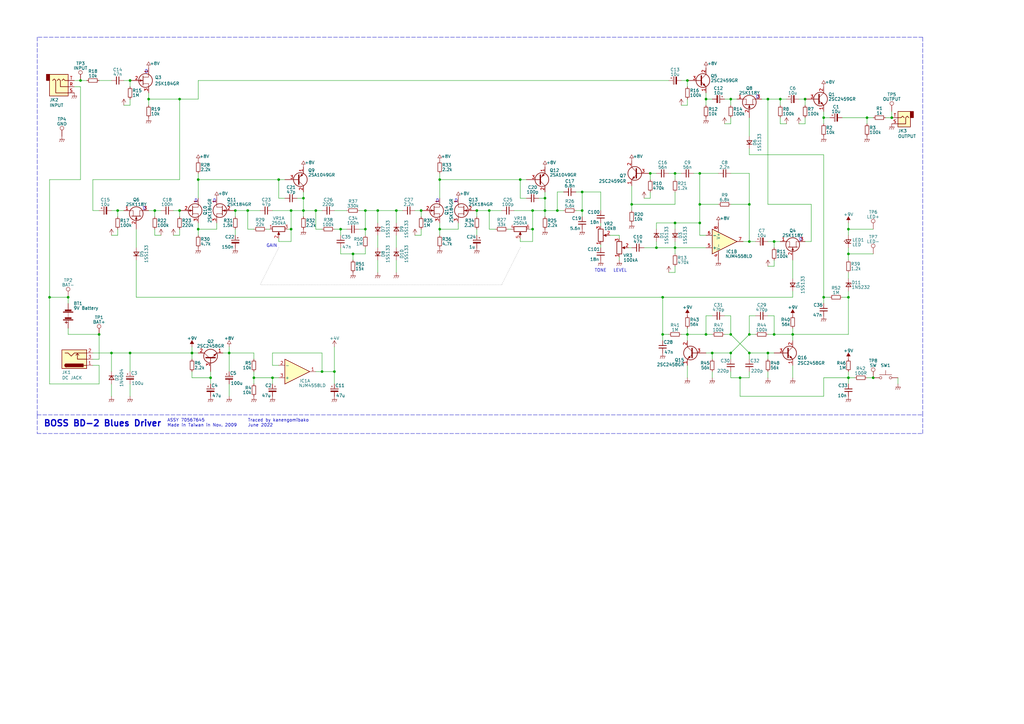
<source format=kicad_sch>
(kicad_sch (version 20211123) (generator eeschema)
  (paper "A3")
  (junction (at 292.1 144.78))
  (junction (at 299.72 137.16))
  (junction (at 162.56 86.36))
  (junction (at 228.6 86.36))
  (junction (at 337.82 48.26))
  (junction (at 48.26 86.36))
  (junction (at 287.02 83.82))
  (junction (at 172.72 86.36))
  (junction (at 124.46 86.36))
  (junction (at 81.28 73.66))
  (junction (at 223.52 86.36))
  (junction (at 104.14 154.94))
  (junction (at 281.94 137.16))
  (junction (at 299.72 144.78))
  (junction (at 195.58 86.36))
  (junction (at 63.5 86.36))
  (junction (at 276.86 71.12))
  (junction (at 137.16 152.4))
  (junction (at 223.52 81.28))
  (junction (at 337.82 121.92))
  (junction (at 303.53 154.94))
  (junction (at 124.46 81.28))
  (junction (at 33.02 33.02))
  (junction (at 73.66 86.36))
  (junction (at 276.86 101.6))
  (junction (at 20.32 121.92))
  (junction (at 238.76 86.36))
  (junction (at 299.72 40.64))
  (junction (at 307.34 99.06))
  (junction (at 119.38 93.98))
  (junction (at 320.04 40.64))
  (junction (at 154.94 86.36))
  (junction (at 317.5 137.16))
  (junction (at 307.34 144.78))
  (junction (at 180.34 93.98))
  (junction (at 86.36 154.94))
  (junction (at 307.34 83.82))
  (junction (at 266.7 71.12))
  (junction (at 139.7 93.98))
  (junction (at 365.76 48.26))
  (junction (at 347.98 93.98))
  (junction (at 347.98 104.14))
  (junction (at 101.6 86.36))
  (junction (at 132.08 152.4))
  (junction (at 27.94 121.92))
  (junction (at 53.34 144.78))
  (junction (at 269.24 101.6))
  (junction (at 271.78 121.92))
  (junction (at 347.98 121.92))
  (junction (at 144.78 104.14))
  (junction (at 73.66 40.64))
  (junction (at 45.72 144.78))
  (junction (at 289.56 137.16))
  (junction (at 218.44 86.36))
  (junction (at 114.3 73.66))
  (junction (at 358.14 154.94))
  (junction (at 111.76 154.94))
  (junction (at 93.98 144.78))
  (junction (at 218.44 93.98))
  (junction (at 149.86 93.98))
  (junction (at 78.74 144.78))
  (junction (at 287.02 71.12))
  (junction (at 347.98 154.94))
  (junction (at 129.54 86.36))
  (junction (at 213.36 73.66))
  (junction (at 180.34 73.66))
  (junction (at 40.64 137.16))
  (junction (at 60.96 40.64))
  (junction (at 325.12 137.16))
  (junction (at 289.56 40.64))
  (junction (at 81.28 93.98))
  (junction (at 314.96 144.78))
  (junction (at 287.02 91.44))
  (junction (at 119.38 86.36))
  (junction (at 276.86 91.44))
  (junction (at 281.94 33.02))
  (junction (at 307.34 137.16))
  (junction (at 96.52 86.36))
  (junction (at 330.2 40.64))
  (junction (at 200.66 86.36))
  (junction (at 355.6 48.26))
  (junction (at 259.08 83.82))
  (junction (at 317.5 99.06))
  (junction (at 271.78 137.16))
  (junction (at 314.96 40.64))
  (junction (at 149.86 86.36))
  (junction (at 238.76 78.74))
  (junction (at 53.34 33.02))
  (wire (pts (xy 289.56 137.16) (xy 281.94 137.16)))
  (wire (pts (xy 299.72 71.12) (xy 307.34 71.12)))
  (wire (pts (xy 114.3 99.06) (xy 119.38 99.06)))
  (wire (pts (xy 220.98 81.28) (xy 223.52 81.28)))
  (wire (pts (xy 276.86 109.22) (xy 276.86 111.76)))
  (wire (pts (xy 187.96 93.98) (xy 187.96 91.44)))
  (wire (pts (xy 228.6 78.74) (xy 231.14 78.74)))
  (wire (pts (xy 289.56 40.64) (xy 292.1 40.64)))
  (wire (pts (xy 154.94 96.52) (xy 154.94 101.6)))
  (wire (pts (xy 20.32 73.66) (xy 33.02 73.66)))
  (polyline (pts (xy 378.46 170.18) (xy 378.46 15.24)))
  (wire (pts (xy 254 96.52) (xy 254 97.79)))
  (wire (pts (xy 307.34 60.96) (xy 307.34 63.5)))
  (wire (pts (xy 195.58 86.36) (xy 200.66 86.36)))
  (wire (pts (xy 45.72 157.48) (xy 45.72 162.56)))
  (wire (pts (xy 292.1 137.16) (xy 289.56 137.16)))
  (wire (pts (xy 114.3 73.66) (xy 116.84 73.66)))
  (wire (pts (xy 317.5 129.54) (xy 317.5 137.16)))
  (wire (pts (xy 93.98 157.48) (xy 93.98 162.56)))
  (polyline (pts (xy 15.24 170.18) (xy 15.24 177.8)))
  (wire (pts (xy 297.18 137.16) (xy 299.72 137.16)))
  (polyline (pts (xy 15.24 177.8) (xy 378.46 177.8)))
  (wire (pts (xy 368.3 157.48) (xy 368.3 154.94)))
  (wire (pts (xy 73.66 93.98) (xy 73.66 96.52)))
  (wire (pts (xy 340.36 121.92) (xy 337.82 121.92)))
  (wire (pts (xy 299.72 129.54) (xy 297.18 129.54)))
  (wire (pts (xy 139.7 101.6) (xy 139.7 104.14)))
  (polyline (pts (xy 378.46 15.24) (xy 15.24 15.24)))
  (wire (pts (xy 297.18 50.8) (xy 299.72 50.8)))
  (wire (pts (xy 246.38 78.74) (xy 246.38 86.36)))
  (wire (pts (xy 170.18 96.52) (xy 172.72 96.52)))
  (wire (pts (xy 284.48 71.12) (xy 287.02 71.12)))
  (wire (pts (xy 274.32 33.02) (xy 81.28 33.02)))
  (wire (pts (xy 287.02 83.82) (xy 287.02 91.44)))
  (wire (pts (xy 337.82 162.56) (xy 337.82 154.94)))
  (wire (pts (xy 30.48 35.56) (xy 33.02 35.56)))
  (wire (pts (xy 287.02 71.12) (xy 287.02 83.82)))
  (wire (pts (xy 299.72 40.64) (xy 302.26 40.64)))
  (wire (pts (xy 355.6 48.26) (xy 358.14 48.26)))
  (wire (pts (xy 289.56 40.64) (xy 289.56 43.18)))
  (wire (pts (xy 121.92 81.28) (xy 124.46 81.28)))
  (wire (pts (xy 257.81 101.6) (xy 259.08 101.6)))
  (wire (pts (xy 86.36 154.94) (xy 86.36 157.48)))
  (wire (pts (xy 53.34 157.48) (xy 53.34 162.56)))
  (wire (pts (xy 162.56 86.36) (xy 162.56 91.44)))
  (wire (pts (xy 96.52 86.36) (xy 101.6 86.36)))
  (wire (pts (xy 238.76 78.74) (xy 246.38 78.74)))
  (wire (pts (xy 307.34 48.26) (xy 307.34 55.88)))
  (wire (pts (xy 363.22 48.26) (xy 365.76 48.26)))
  (wire (pts (xy 78.74 144.78) (xy 81.28 144.78)))
  (wire (pts (xy 266.7 71.12) (xy 269.24 71.12)))
  (wire (pts (xy 124.46 81.28) (xy 124.46 86.36)))
  (wire (pts (xy 347.98 93.98) (xy 347.98 96.52)))
  (wire (pts (xy 289.56 38.1) (xy 289.56 40.64)))
  (wire (pts (xy 195.58 86.36) (xy 195.58 88.9)))
  (wire (pts (xy 246.38 100.33) (xy 246.38 101.6)))
  (wire (pts (xy 30.48 33.02) (xy 33.02 33.02)))
  (wire (pts (xy 200.66 86.36) (xy 205.74 86.36)))
  (wire (pts (xy 274.32 111.76) (xy 276.86 111.76)))
  (wire (pts (xy 266.7 71.12) (xy 266.7 73.66)))
  (wire (pts (xy 20.32 121.92) (xy 27.94 121.92)))
  (wire (pts (xy 238.76 86.36) (xy 238.76 88.9)))
  (wire (pts (xy 111.76 149.86) (xy 111.76 144.78)))
  (wire (pts (xy 299.72 137.16) (xy 299.72 129.54)))
  (wire (pts (xy 292.1 147.32) (xy 292.1 144.78)))
  (wire (pts (xy 60.96 40.64) (xy 60.96 43.18)))
  (wire (pts (xy 271.78 139.7) (xy 271.78 137.16)))
  (wire (pts (xy 299.72 83.82) (xy 307.34 83.82)))
  (wire (pts (xy 55.88 93.98) (xy 55.88 101.6)))
  (wire (pts (xy 38.1 86.36) (xy 40.64 86.36)))
  (wire (pts (xy 259.08 83.82) (xy 259.08 86.36)))
  (wire (pts (xy 287.02 96.52) (xy 289.56 96.52)))
  (wire (pts (xy 358.14 104.14) (xy 347.98 104.14)))
  (wire (pts (xy 347.98 91.44) (xy 347.98 93.98)))
  (wire (pts (xy 88.9 93.98) (xy 88.9 91.44)))
  (wire (pts (xy 320.04 43.18) (xy 320.04 40.64)))
  (wire (pts (xy 81.28 91.44) (xy 81.28 93.98)))
  (wire (pts (xy 73.66 73.66) (xy 38.1 73.66)))
  (wire (pts (xy 147.32 86.36) (xy 149.86 86.36)))
  (wire (pts (xy 38.1 144.78) (xy 45.72 144.78)))
  (wire (pts (xy 307.34 71.12) (xy 307.34 83.82)))
  (wire (pts (xy 358.14 154.94) (xy 355.6 154.94)))
  (wire (pts (xy 101.6 86.36) (xy 101.6 93.98)))
  (wire (pts (xy 320.04 40.64) (xy 322.58 40.64)))
  (wire (pts (xy 213.36 99.06) (xy 218.44 99.06)))
  (wire (pts (xy 337.82 48.26) (xy 337.82 50.8)))
  (wire (pts (xy 180.34 93.98) (xy 187.96 93.98)))
  (wire (pts (xy 264.16 81.28) (xy 266.7 81.28)))
  (wire (pts (xy 238.76 78.74) (xy 238.76 86.36)))
  (wire (pts (xy 91.44 144.78) (xy 93.98 144.78)))
  (wire (pts (xy 213.36 73.66) (xy 213.36 81.28)))
  (wire (pts (xy 162.56 106.68) (xy 162.56 111.76)))
  (wire (pts (xy 330.2 99.06) (xy 332.74 99.06)))
  (wire (pts (xy 254 105.41) (xy 254 106.68)))
  (wire (pts (xy 347.98 101.6) (xy 347.98 104.14)))
  (wire (pts (xy 48.26 86.36) (xy 50.8 86.36)))
  (wire (pts (xy 137.16 152.4) (xy 137.16 157.48)))
  (wire (pts (xy 144.78 104.14) (xy 149.86 104.14)))
  (wire (pts (xy 40.64 137.16) (xy 40.64 147.32)))
  (wire (pts (xy 314.96 40.64) (xy 320.04 40.64)))
  (wire (pts (xy 281.94 149.86) (xy 281.94 154.94)))
  (wire (pts (xy 81.28 71.12) (xy 81.28 73.66)))
  (wire (pts (xy 271.78 137.16) (xy 274.32 137.16)))
  (wire (pts (xy 309.88 137.16) (xy 307.34 137.16)))
  (wire (pts (xy 314.96 83.82) (xy 332.74 83.82)))
  (wire (pts (xy 132.08 86.36) (xy 129.54 86.36)))
  (wire (pts (xy 53.34 144.78) (xy 53.34 152.4)))
  (wire (pts (xy 269.24 99.06) (xy 269.24 101.6)))
  (wire (pts (xy 345.44 48.26) (xy 355.6 48.26)))
  (wire (pts (xy 119.38 86.36) (xy 124.46 86.36)))
  (wire (pts (xy 124.46 78.74) (xy 124.46 81.28)))
  (wire (pts (xy 172.72 93.98) (xy 172.72 96.52)))
  (wire (pts (xy 271.78 137.16) (xy 271.78 121.92)))
  (wire (pts (xy 217.17 93.98) (xy 218.44 93.98)))
  (wire (pts (xy 304.8 99.06) (xy 307.34 99.06)))
  (wire (pts (xy 299.72 144.78) (xy 299.72 147.32)))
  (polyline (pts (xy 205.74 116.84) (xy 106.68 116.84)) (stroke (width 0) (type dot) (color 72 72 72 1)))
  (wire (pts (xy 66.04 96.52) (xy 63.5 96.52)))
  (wire (pts (xy 314.96 109.22) (xy 317.5 109.22)))
  (wire (pts (xy 86.36 152.4) (xy 86.36 154.94)))
  (wire (pts (xy 81.28 93.98) (xy 88.9 93.98)))
  (wire (pts (xy 149.86 86.36) (xy 149.86 93.98)))
  (wire (pts (xy 208.28 93.98) (xy 209.55 93.98)))
  (wire (pts (xy 327.66 50.8) (xy 330.2 50.8)))
  (wire (pts (xy 337.82 48.26) (xy 340.36 48.26)))
  (wire (pts (xy 307.34 63.5) (xy 337.82 63.5)))
  (wire (pts (xy 228.6 86.36) (xy 231.14 86.36)))
  (wire (pts (xy 139.7 104.14) (xy 144.78 104.14)))
  (wire (pts (xy 60.96 86.36) (xy 63.5 86.36)))
  (wire (pts (xy 347.98 154.94) (xy 347.98 152.4)))
  (wire (pts (xy 317.5 137.16) (xy 325.12 137.16)))
  (wire (pts (xy 223.52 81.28) (xy 223.52 86.36)))
  (wire (pts (xy 325.12 106.68) (xy 325.12 114.3)))
  (wire (pts (xy 139.7 93.98) (xy 142.24 93.98)))
  (wire (pts (xy 299.72 137.16) (xy 307.34 144.78)))
  (wire (pts (xy 347.98 154.94) (xy 347.98 157.48)))
  (wire (pts (xy 271.78 121.92) (xy 55.88 121.92)))
  (wire (pts (xy 292.1 144.78) (xy 299.72 144.78)))
  (wire (pts (xy 71.12 86.36) (xy 73.66 86.36)))
  (wire (pts (xy 118.11 93.98) (xy 119.38 93.98)))
  (wire (pts (xy 20.32 121.92) (xy 20.32 157.48)))
  (wire (pts (xy 213.36 73.66) (xy 215.9 73.66)))
  (wire (pts (xy 303.53 154.94) (xy 307.34 154.94)))
  (wire (pts (xy 139.7 93.98) (xy 139.7 96.52)))
  (wire (pts (xy 347.98 121.92) (xy 345.44 121.92)))
  (wire (pts (xy 218.44 86.36) (xy 223.52 86.36)))
  (wire (pts (xy 63.5 93.98) (xy 63.5 96.52)))
  (wire (pts (xy 124.46 86.36) (xy 124.46 88.9)))
  (wire (pts (xy 93.98 142.24) (xy 93.98 144.78)))
  (wire (pts (xy 314.96 99.06) (xy 317.5 99.06)))
  (wire (pts (xy 317.5 106.68) (xy 317.5 109.22)))
  (wire (pts (xy 111.76 86.36) (xy 119.38 86.36)))
  (wire (pts (xy 137.16 86.36) (xy 142.24 86.36)))
  (wire (pts (xy 53.34 144.78) (xy 78.74 144.78)))
  (wire (pts (xy 172.72 86.36) (xy 172.72 88.9)))
  (wire (pts (xy 325.12 137.16) (xy 347.98 137.16)))
  (wire (pts (xy 48.26 88.9) (xy 48.26 86.36)))
  (wire (pts (xy 307.34 137.16) (xy 307.34 129.54)))
  (wire (pts (xy 276.86 71.12) (xy 279.4 71.12)))
  (wire (pts (xy 276.86 99.06) (xy 276.86 101.6)))
  (wire (pts (xy 71.12 96.52) (xy 73.66 96.52)))
  (wire (pts (xy 48.26 93.98) (xy 48.26 96.52)))
  (wire (pts (xy 45.72 96.52) (xy 48.26 96.52)))
  (wire (pts (xy 264.16 101.6) (xy 269.24 101.6)))
  (wire (pts (xy 45.72 144.78) (xy 53.34 144.78)))
  (wire (pts (xy 274.32 71.12) (xy 276.86 71.12)))
  (wire (pts (xy 60.96 40.64) (xy 73.66 40.64)))
  (wire (pts (xy 124.46 86.36) (xy 129.54 86.36)))
  (wire (pts (xy 223.52 78.74) (xy 223.52 81.28)))
  (wire (pts (xy 317.5 101.6) (xy 317.5 99.06)))
  (wire (pts (xy 294.64 83.82) (xy 287.02 83.82)))
  (wire (pts (xy 137.16 142.24) (xy 137.16 152.4)))
  (wire (pts (xy 40.64 149.86) (xy 40.64 157.48)))
  (wire (pts (xy 33.02 33.02) (xy 35.56 33.02)))
  (wire (pts (xy 287.02 71.12) (xy 294.64 71.12)))
  (wire (pts (xy 104.14 147.32) (xy 104.14 144.78)))
  (wire (pts (xy 314.96 154.94) (xy 314.96 152.4)))
  (wire (pts (xy 27.94 137.16) (xy 40.64 137.16)))
  (wire (pts (xy 314.96 147.32) (xy 314.96 144.78)))
  (wire (pts (xy 132.08 152.4) (xy 137.16 152.4)))
  (wire (pts (xy 78.74 144.78) (xy 78.74 147.32)))
  (wire (pts (xy 276.86 101.6) (xy 289.56 101.6)))
  (wire (pts (xy 96.52 86.36) (xy 96.52 88.9)))
  (wire (pts (xy 104.14 93.98) (xy 101.6 93.98)))
  (wire (pts (xy 78.74 142.24) (xy 78.74 144.78)))
  (wire (pts (xy 60.96 38.1) (xy 60.96 40.64)))
  (wire (pts (xy 104.14 157.48) (xy 104.14 154.94)))
  (wire (pts (xy 314.96 129.54) (xy 317.5 129.54)))
  (wire (pts (xy 365.76 45.72) (xy 365.76 48.26)))
  (wire (pts (xy 236.22 86.36) (xy 238.76 86.36)))
  (wire (pts (xy 325.12 137.16) (xy 325.12 139.7)))
  (wire (pts (xy 297.18 40.64) (xy 299.72 40.64)))
  (wire (pts (xy 347.98 119.38) (xy 347.98 121.92)))
  (wire (pts (xy 200.66 86.36) (xy 200.66 93.98)))
  (wire (pts (xy 276.86 91.44) (xy 287.02 91.44)))
  (wire (pts (xy 276.86 91.44) (xy 276.86 93.98)))
  (wire (pts (xy 180.34 71.12) (xy 180.34 73.66)))
  (wire (pts (xy 332.74 83.82) (xy 332.74 99.06)))
  (wire (pts (xy 149.86 86.36) (xy 154.94 86.36)))
  (wire (pts (xy 162.56 86.36) (xy 165.1 86.36)))
  (wire (pts (xy 96.52 93.98) (xy 96.52 96.52)))
  (wire (pts (xy 114.3 154.94) (xy 111.76 154.94)))
  (wire (pts (xy 50.8 43.18) (xy 53.34 43.18)))
  (wire (pts (xy 81.28 73.66) (xy 81.28 81.28)))
  (wire (pts (xy 307.34 99.06) (xy 309.88 99.06)))
  (wire (pts (xy 299.72 48.26) (xy 299.72 50.8)))
  (wire (pts (xy 250.19 96.52) (xy 254 96.52)))
  (wire (pts (xy 337.82 45.72) (xy 337.82 48.26)))
  (wire (pts (xy 350.52 154.94) (xy 347.98 154.94)))
  (wire (pts (xy 307.34 137.16) (xy 299.72 144.78)))
  (wire (pts (xy 325.12 137.16) (xy 325.12 134.62)))
  (wire (pts (xy 40.64 33.02) (xy 45.72 33.02)))
  (wire (pts (xy 314.96 137.16) (xy 317.5 137.16)))
  (wire (pts (xy 180.34 93.98) (xy 180.34 96.52)))
  (wire (pts (xy 337.82 154.94) (xy 347.98 154.94)))
  (wire (pts (xy 132.08 152.4) (xy 129.54 152.4)))
  (wire (pts (xy 281.94 33.02) (xy 281.94 35.56)))
  (polyline (pts (xy 378.46 177.8) (xy 378.46 170.18)))
  (wire (pts (xy 292.1 129.54) (xy 289.56 129.54)))
  (wire (pts (xy 307.34 83.82) (xy 307.34 99.06)))
  (wire (pts (xy 307.34 144.78) (xy 307.34 147.32)))
  (wire (pts (xy 303.53 154.94) (xy 303.53 162.56)))
  (wire (pts (xy 289.56 129.54) (xy 289.56 137.16)))
  (wire (pts (xy 307.34 129.54) (xy 309.88 129.54)))
  (wire (pts (xy 27.94 134.62) (xy 27.94 137.16)))
  (wire (pts (xy 109.22 93.98) (xy 110.49 93.98)))
  (wire (pts (xy 325.12 149.86) (xy 325.12 154.94)))
  (wire (pts (xy 337.82 63.5) (xy 337.82 121.92)))
  (wire (pts (xy 114.3 149.86) (xy 111.76 149.86)))
  (wire (pts (xy 299.72 154.94) (xy 303.53 154.94)))
  (wire (pts (xy 279.4 33.02) (xy 281.94 33.02)))
  (wire (pts (xy 213.36 97.79) (xy 213.36 99.06)))
  (wire (pts (xy 119.38 86.36) (xy 119.38 93.98)))
  (wire (pts (xy 215.9 81.28) (xy 213.36 81.28)))
  (wire (pts (xy 281.94 137.16) (xy 281.94 134.62)))
  (wire (pts (xy 180.34 73.66) (xy 180.34 81.28)))
  (wire (pts (xy 180.34 91.44) (xy 180.34 93.98)))
  (wire (pts (xy 325.12 119.38) (xy 325.12 121.92)))
  (wire (pts (xy 269.24 101.6) (xy 276.86 101.6)))
  (wire (pts (xy 104.14 154.94) (xy 104.14 152.4)))
  (wire (pts (xy 154.94 86.36) (xy 162.56 86.36)))
  (wire (pts (xy 154.94 106.68) (xy 154.94 111.76)))
  (wire (pts (xy 38.1 73.66) (xy 38.1 86.36)))
  (wire (pts (xy 271.78 121.92) (xy 325.12 121.92)))
  (wire (pts (xy 327.66 40.64) (xy 330.2 40.64)))
  (wire (pts (xy 111.76 154.94) (xy 111.76 157.48)))
  (wire (pts (xy 114.3 97.79) (xy 114.3 99.06)))
  (wire (pts (xy 355.6 48.26) (xy 355.6 50.8)))
  (polyline (pts (xy 114.3 101.6) (xy 106.68 116.84)) (stroke (width 0) (type dot) (color 72 72 72 1)))
  (wire (pts (xy 101.6 86.36) (xy 106.68 86.36)))
  (wire (pts (xy 292.1 154.94) (xy 292.1 152.4)))
  (wire (pts (xy 236.22 78.74) (xy 238.76 78.74)))
  (wire (pts (xy 33.02 35.56) (xy 33.02 73.66)))
  (wire (pts (xy 210.82 86.36) (xy 218.44 86.36)))
  (wire (pts (xy 129.54 86.36) (xy 129.54 93.98)))
  (wire (pts (xy 20.32 73.66) (xy 20.32 121.92)))
  (wire (pts (xy 162.56 101.6) (xy 162.56 96.52)))
  (wire (pts (xy 299.72 43.18) (xy 299.72 40.64)))
  (wire (pts (xy 314.96 144.78) (xy 317.5 144.78)))
  (wire (pts (xy 317.5 99.06) (xy 320.04 99.06)))
  (wire (pts (xy 119.38 99.06) (xy 119.38 93.98)))
  (wire (pts (xy 223.52 86.36) (xy 228.6 86.36)))
  (wire (pts (xy 330.2 48.26) (xy 330.2 50.8)))
  (wire (pts (xy 287.02 91.44) (xy 287.02 96.52)))
  (wire (pts (xy 281.94 40.64) (xy 281.94 43.18)))
  (wire (pts (xy 55.88 106.68) (xy 55.88 121.92)))
  (wire (pts (xy 81.28 93.98) (xy 81.28 96.52)))
  (wire (pts (xy 38.1 147.32) (xy 40.64 147.32)))
  (wire (pts (xy 81.28 73.66) (xy 114.3 73.66)))
  (wire (pts (xy 337.82 121.92) (xy 337.82 124.46)))
  (polyline (pts (xy 15.24 15.24) (xy 15.24 170.18)))
  (wire (pts (xy 358.14 93.98) (xy 347.98 93.98)))
  (wire (pts (xy 314.96 40.64) (xy 314.96 83.82)))
  (wire (pts (xy 81.28 40.64) (xy 73.66 40.64)))
  (wire (pts (xy 81.28 33.02) (xy 81.28 40.64)))
  (wire (pts (xy 78.74 152.4) (xy 78.74 154.94)))
  (wire (pts (xy 45.72 144.78) (xy 45.72 152.4)))
  (wire (pts (xy 154.94 86.36) (xy 154.94 91.44)))
  (wire (pts (xy 292.1 144.78) (xy 289.56 144.78)))
  (wire (pts (xy 279.4 137.16) (xy 281.94 137.16)))
  (wire (pts (xy 111.76 144.78) (xy 132.08 144.78)))
  (wire (pts (xy 269.24 91.44) (xy 276.86 91.44)))
  (wire (pts (xy 195.58 93.98) (xy 195.58 96.52)))
  (wire (pts (xy 259.08 76.2) (xy 259.08 83.82)))
  (wire (pts (xy 53.34 33.02) (xy 53.34 35.56)))
  (wire (pts (xy 330.2 40.64) (xy 330.2 43.18)))
  (wire (pts (xy 266.7 78.74) (xy 266.7 81.28)))
  (wire (pts (xy 322.58 50.8) (xy 320.04 50.8)))
  (wire (pts (xy 114.3 81.28) (xy 114.3 73.66)))
  (wire (pts (xy 149.86 96.52) (xy 149.86 93.98)))
  (wire (pts (xy 281.94 137.16) (xy 281.94 139.7)))
  (polyline (pts (xy 213.36 101.6) (xy 205.74 116.84)) (stroke (width 0) (type dot) (color 72 72 72 1)))
  (wire (pts (xy 218.44 99.06) (xy 218.44 93.98)))
  (wire (pts (xy 73.66 86.36) (xy 73.66 88.9)))
  (wire (pts (xy 63.5 86.36) (xy 66.04 86.36)))
  (wire (pts (xy 73.66 40.64) (xy 73.66 73.66)))
  (wire (pts (xy 203.2 93.98) (xy 200.66 93.98)))
  (wire (pts (xy 218.44 86.36) (xy 218.44 93.98)))
  (wire (pts (xy 137.16 93.98) (xy 139.7 93.98)))
  (wire (pts (xy 276.86 101.6) (xy 276.86 104.14)))
  (wire (pts (xy 269.24 93.98) (xy 269.24 91.44)))
  (wire (pts (xy 50.8 33.02) (xy 53.34 33.02)))
  (wire (pts (xy 20.32 157.48) (xy 40.64 157.48)))
  (wire (pts (xy 147.32 93.98) (xy 149.86 93.98)))
  (wire (pts (xy 307.34 152.4) (xy 307.34 154.94)))
  (wire (pts (xy 223.52 86.36) (xy 223.52 88.9)))
  (wire (pts (xy 149.86 101.6) (xy 149.86 104.14)))
  (wire (pts (xy 320.04 48.26) (xy 320.04 50.8)))
  (wire (pts (xy 132.08 144.78) (xy 132.08 152.4)))
  (wire (pts (xy 228.6 78.74) (xy 228.6 86.36)))
  (wire (pts (xy 347.98 121.92) (xy 347.98 137.16)))
  (wire (pts (xy 276.86 78.74) (xy 276.86 83.82)))
  (polyline (pts (xy 15.24 170.18) (xy 378.46 170.18)))
  (wire (pts (xy 63.5 88.9) (xy 63.5 86.36)))
  (wire (pts (xy 299.72 152.4) (xy 299.72 154.94)))
  (wire (pts (xy 303.53 162.56) (xy 337.82 162.56)))
  (wire (pts (xy 38.1 149.86) (xy 40.64 149.86)))
  (wire (pts (xy 347.98 104.14) (xy 347.98 106.68)))
  (wire (pts (xy 312.42 40.64) (xy 314.96 40.64)))
  (wire (pts (xy 279.4 43.18) (xy 281.94 43.18)))
  (wire (pts (xy 314.96 144.78) (xy 307.34 144.78)))
  (wire (pts (xy 170.18 86.36) (xy 172.72 86.36)))
  (wire (pts (xy 93.98 144.78) (xy 104.14 144.78)))
  (wire (pts (xy 259.08 83.82) (xy 276.86 83.82)))
  (wire (pts (xy 111.76 154.94) (xy 104.14 154.94)))
  (wire (pts (xy 53.34 40.64) (xy 53.34 43.18)))
  (wire (pts (xy 180.34 73.66) (xy 213.36 73.66)))
  (wire (pts (xy 93.98 144.78) (xy 93.98 152.4)))
  (wire (pts (xy 116.84 81.28) (xy 114.3 81.28)))
  (wire (pts (xy 276.86 71.12) (xy 276.86 73.66)))
  (wire (pts (xy 347.98 111.76) (xy 347.98 114.3)))
  (wire (pts (xy 78.74 154.94) (xy 86.36 154.94)))
  (wire (pts (xy 144.78 104.14) (xy 144.78 106.68)))
  (wire (pts (xy 129.54 93.98) (xy 132.08 93.98)))
  (wire (pts (xy 45.72 86.36) (xy 48.26 86.36)))
  (wire (pts (xy 27.94 121.92) (xy 27.94 124.46)))
  (wire (pts (xy 246.38 91.44) (xy 246.38 92.71)))
  (text "D" (at 309.88 40.64 0) (effects (font (size 1.27 1.27)) (justify left bottom)))
  (text "D" (at 327.66 99.06 0) (effects (font (size 1.27 1.27)) (justify left bottom)))
  (text "D" (at 79.6925 83.185 0) (effects (font (size 1.27 1.27)) (justify left bottom)))
  (text "D" (at 58.42 86.36 0) (effects (font (size 1.27 1.27)) (justify left bottom)))
  (text "D" (at 87.3125 83.185 0) (effects (font (size 1.27 1.27)) (justify left bottom)))
  (text "BOSS BD-2 Blues Driver" (at 17.78 175.26 0) (effects (font (size 2.54 2.54) (thickness 0.508) bold) (justify left bottom)))
  (text "D" (at 59.3725 30.1625 0) (effects (font (size 1.27 1.27)) (justify left bottom)))
  (text "D" (at 186.3725 83.185 0) (effects (font (size 1.27 1.27)) (justify left bottom)))
  (text "TONE   LEVEL" (at 243.84 111.76 0) (effects (font (size 1.27 1.27)) (justify left bottom)))
  (text "Traced by kanengomibako\nJune 2022" (at 101.6 175.26 0) (effects (font (size 1.27 1.27)) (justify left bottom)))
  (text "ASSY 70567645\nMade in Taiwan in Nov. 2009" (at 68.58 175.26 0) (effects (font (size 1.27 1.27)) (justify left bottom)))
  (text "GAIN" (at 109.22 101.6 0) (effects (font (size 1.27 1.27)) (justify left bottom)))
  (text "D" (at 178.7525 83.185 0) (effects (font (size 1.27 1.27)) (justify left bottom)))
  (symbol (lib_name "GND_2") (lib_id "power:GND") (at 271.78 144.78 0) (unit 1)
    (property "Reference" "#PWR045" (effects hide))
    (property "Value" "GND" (effects hide))
  )
  (symbol (lib_id "power:+8V") (at 294.64 91.44 0) (unit 1)
    (property "Reference" "#PWR053" (effects hide))
    (property "Value" "+8V" (at 297.18 89.535 0))
  )
  (symbol (lib_name "GND_2") (lib_id "power:GND") (at 60.96 48.26 0) (unit 1)
    (property "Reference" "#PWR08" (effects hide))
    (property "Value" "GND" (effects hide))
  )
  (symbol (lib_id "Amplifier_Operational:NJM4580") (at 297.18 99.06 0) (mirror x) (unit 2)
    (property "Reference" "IC1" (at 297.815 103.1875 0) (effects (justify left)))
    (property "Value" "NJM4558LD" (at 297.4975 105.0925 0) (effects (justify left)))
  )
  (symbol (lib_id "Device:R_Small") (at 149.86 99.06 0) (mirror y) (unit 1)
    (property "Reference" "R50" (at 148.9075 98.1075 0) (effects (justify left)))
    (property "Value" "1M" (at 148.9075 100.0125 0) (effects (justify left)))
  )
  (symbol (lib_name "GND_2") (lib_id "power:GND") (at 25.4 55.88 0) (unit 1)
    (property "Reference" "#PWR01" (effects hide))
    (property "Value" "GND" (effects hide))
  )
  (symbol (lib_id "Device:Q_NPN_ECB") (at 261.62 71.12 0) (mirror y) (unit 1)
    (property "Reference" "Q7" (at 256.8575 72.0725 0) (effects (justify left)))
    (property "Value" "2SC2459GR" (at 256.8575 74.295 0) (effects (justify left)))
  )
  (symbol (lib_id "power:+4V") (at 170.18 96.52 0) (unit 1)
    (property "Reference" "#PWR032" (effects hide))
    (property "Value" "+4V" (effects hide))
  )
  (symbol (lib_name "GND_2") (lib_id "power:GND") (at 347.98 162.56 0) (unit 1)
    (property "Reference" "#PWR067" (effects hide))
    (property "Value" "GND" (effects hide))
  )
  (symbol (lib_id "Device:Q_NPN_ECB") (at 335.28 40.64 0) (unit 1)
    (property "Reference" "Q1" (at 339.725 38.735 0) (effects (justify left)))
    (property "Value" "2SC2459GR" (at 339.725 40.64 0) (effects (justify left)))
  )
  (symbol (lib_id "Device:R_Small") (at 144.78 109.22 0) (unit 1)
    (property "Reference" "R51" (at 145.7325 108.2675 0) (effects (justify left)))
    (property "Value" "15k" (at 145.7325 110.1725 0) (effects (justify left)))
  )
  (symbol (lib_id "Device:C_Small") (at 281.94 71.12 270) (unit 1)
    (property "Reference" "C9" (at 281.94 66.675 90))
    (property "Value" "56n" (at 281.94 68.58 90))
  )
  (symbol (lib_name "GND_2") (lib_id "power:GND") (at 355.6 55.88 0) (unit 1)
    (property "Reference" "#PWR068" (effects hide))
    (property "Value" "GND" (effects hide))
  )
  (symbol (lib_id "Device:R_Small") (at 276.86 137.16 90) (unit 1)
    (property "Reference" "R41" (at 276.86 133.35 90))
    (property "Value" "1M" (at 276.86 135.255 90))
  )
  (symbol (lib_name "GND_2") (lib_id "power:GND") (at 53.34 162.56 0) (unit 1)
    (property "Reference" "#PWR06" (effects hide))
    (property "Value" "GND" (effects hide))
  )
  (symbol (lib_id "Device:R_Small") (at 347.98 109.22 0) (unit 1)
    (property "Reference" "R39" (at 348.9325 108.2675 0) (effects (justify left)))
    (property "Value" "1.2k" (at 348.9325 110.1725 0) (effects (justify left)))
  )
  (symbol (lib_id "power:+8V") (at 180.34 66.04 0) (unit 1)
    (property "Reference" "#PWR033" (effects hide))
    (property "Value" "+8V" (at 182.88 64.135 0))
  )
  (symbol (lib_id "Device:D_Small") (at 45.72 154.94 90) (mirror x) (unit 1)
    (property "Reference" "D2" (at 47.9425 154.94 0))
    (property "Value" "1N4004" (at 49.8475 154.94 0))
  )
  (symbol (lib_id "Device:R_Small") (at 294.64 137.16 90) (unit 1)
    (property "Reference" "R47" (at 294.64 133.35 90))
    (property "Value" "100k" (at 294.64 135.255 90))
  )
  (symbol (lib_id "Device:R_Small") (at 299.72 45.72 0) (unit 1)
    (property "Reference" "R14" (at 300.6725 44.7675 0) (effects (justify left)))
    (property "Value" "100k" (at 300.6725 46.6725 0) (effects (justify left)))
  )
  (symbol (lib_name "GND_2") (lib_id "power:GND") (at 223.52 93.98 0) (unit 1)
    (property "Reference" "#PWR038" (effects hide))
    (property "Value" "GND" (effects hide))
  )
  (symbol (lib_id "power:+8V") (at 124.46 68.58 0) (unit 1)
    (property "Reference" "#PWR021" (effects hide))
    (property "Value" "+8V" (at 127 66.675 0))
  )
  (symbol (lib_id "Device:C_Small") (at 109.22 86.36 270) (unit 1)
    (property "Reference" "C23" (at 109.22 81.915 90))
    (property "Value" "47p" (at 109.22 83.82 90))
  )
  (symbol (lib_name "GND_2") (lib_id "power:GND") (at 368.3 157.48 0) (unit 1)
    (property "Reference" "#PWR070" (effects hide))
    (property "Value" "GND" (effects hide))
  )
  (symbol (lib_id "power:+8V") (at 60.96 27.94 0) (unit 1)
    (property "Reference" "#PWR?" (effects hide))
    (property "Value" "+8V" (at 63.5 26.035 0))
  )
  (symbol (lib_id "Device:Q_NJFET_DGS") (at 190.5 86.36 0) (mirror y) (unit 1)
    (property "Reference" "Q13" (at 192.0875 81.915 0) (effects (justify right)))
    (property "Value" "2SK184GR" (at 192.0875 83.82 0) (effects (justify right)))
  )
  (symbol (lib_id "Device:Battery") (at 27.94 129.54 180) (unit 1)
    (property "Reference" "BT1" (at 30.1625 124.46 0) (effects (justify right)))
    (property "Value" "9V Battery" (at 30.1625 126.365 0) (effects (justify right)))
  )
  (symbol (lib_id "Device:R_Small") (at 320.04 45.72 0) (unit 1)
    (property "Reference" "R8" (at 320.9925 44.7675 0) (effects (justify left)))
    (property "Value" "100k" (at 320.9925 46.6725 0) (effects (justify left)))
  )
  (symbol (lib_id "Device:C_Polarized_Small") (at 111.76 160.02 0) (mirror y) (unit 1)
    (property "Reference" "C2" (at 111.4425 158.115 0) (effects (justify left)))
    (property "Value" "47u" (at 111.125 162.2425 0) (effects (justify left)))
  )
  (symbol (lib_id "Device:R_Small") (at 104.14 160.02 0) (mirror y) (unit 1)
    (property "Reference" "R4" (at 103.1875 159.0675 0) (effects (justify left)))
    (property "Value" "10k" (at 103.1875 160.9725 0) (effects (justify left)))
  )
  (symbol (lib_id "power:+4V") (at 45.72 96.52 0) (unit 1)
    (property "Reference" "#PWR03" (effects hide))
    (property "Value" "+4V" (effects hide))
  )
  (symbol (lib_id "Device:D_Small") (at 325.12 116.84 90) (unit 1)
    (property "Reference" "D4" (at 327.3425 116.84 0))
    (property "Value" "1SS133" (at 329.2475 116.84 0))
  )
  (symbol (lib_name "GND_2") (lib_id "power:GND") (at 314.96 154.94 0) (unit 1)
    (property "Reference" "#PWR057" (effects hide))
    (property "Value" "GND" (effects hide))
  )
  (symbol (lib_id "power:+4V") (at 297.18 50.8 0) (unit 1)
    (property "Reference" "#PWR055" (effects hide))
    (property "Value" "+4V" (effects hide))
  )
  (symbol (lib_id "Device:C_Small") (at 167.64 86.36 270) (unit 1)
    (property "Reference" "C27" (at 167.64 81.915 90))
    (property "Value" "2.2n" (at 167.64 83.82 90))
  )
  (symbol (lib_id "Device:R_Small") (at 195.58 91.44 0) (mirror y) (unit 1)
    (property "Reference" "R34" (at 194.6275 90.4875 0) (effects (justify left)))
    (property "Value" "2.2k" (at 194.6275 92.3925 0) (effects (justify left)))
  )
  (symbol (lib_id "Connector:TestPoint") (at 33.02 33.02 0) (unit 1)
    (property "Reference" "TP3" (at 33.02 26.035 0))
    (property "Value" "INPUT" (at 33.02 27.94 0))
  )
  (symbol (lib_name "GND_2") (lib_id "power:GND") (at 325.12 154.94 0) (unit 1)
    (property "Reference" "#PWR060" (effects hide))
    (property "Value" "GND" (effects hide))
  )
  (symbol (lib_id "Device:R_Small") (at 104.14 149.86 0) (mirror y) (unit 1)
    (property "Reference" "R5" (at 103.1875 148.9075 0) (effects (justify left)))
    (property "Value" "10k" (at 103.1875 150.8125 0) (effects (justify left)))
  )
  (symbol (lib_name "GND_2") (lib_id "power:GND") (at 254 106.68 0) (unit 1)
    (property "Reference" "#PWR041" (effects hide))
    (property "Value" "GND" (effects hide))
  )
  (symbol (lib_name "GND_2") (lib_id "power:GND") (at 81.28 101.6 0) (unit 1)
    (property "Reference" "#PWR013" (effects hide))
    (property "Value" "GND" (effects hide))
  )
  (symbol (lib_id "power:+9V") (at 347.98 147.32 0) (unit 1)
    (property "Reference" "#PWR066" (effects hide))
    (property "Value" "+9V" (at 347.98 143.8275 0))
  )
  (symbol (lib_id "Device:C_Small") (at 299.72 149.86 0) (mirror y) (unit 1)
    (property "Reference" "C30" (at 299.4025 147.955 0) (effects (justify left)))
    (property "Value" "220p" (at 299.085 152.0825 0) (effects (justify left)))
  )
  (symbol (lib_id "Device:LED_Small") (at 347.98 99.06 90) (unit 1)
    (property "Reference" "LED1" (at 349.5675 98.425 90) (effects (justify right)))
    (property "Value" "LED" (at 349.5675 100.33 90) (effects (justify right)))
  )
  (symbol (lib_id "power:+4V") (at 71.12 96.52 0) (unit 1)
    (property "Reference" "#PWR010" (effects hide))
    (property "Value" "+4V" (effects hide))
  )
  (symbol (lib_name "GND_2") (lib_id "power:GND") (at 337.82 129.54 0) (unit 1)
    (property "Reference" "#PWR064" (effects hide))
    (property "Value" "GND" (effects hide))
  )
  (symbol (lib_name "GND_2") (lib_id "power:GND") (at 124.46 93.98 0) (unit 1)
    (property "Reference" "#PWR022" (effects hide))
    (property "Value" "GND" (effects hide))
  )
  (symbol (lib_id "Connector:TestPoint") (at 27.94 121.92 0) (unit 1)
    (property "Reference" "TP2" (at 27.94 114.935 0))
    (property "Value" "BAT-" (at 27.94 116.84 0))
  )
  (symbol (lib_id "Device:C_Small") (at 337.82 127 0) (mirror y) (unit 1)
    (property "Reference" "C36" (at 337.5025 125.095 0) (effects (justify left)))
    (property "Value" "47n" (at 337.185 129.2225 0) (effects (justify left)))
  )
  (symbol (lib_id "Device:C_Small") (at 271.78 71.12 270) (unit 1)
    (property "Reference" "C16" (at 271.78 66.675 90))
    (property "Value" "56n" (at 271.78 68.58 90))
  )
  (symbol (lib_id "Device:R_Potentiometer") (at 254 101.6 0) (mirror x) (unit 1)
    (property "Reference" "VR3" (at 259.3975 104.775 0) (effects (justify right)))
    (property "Value" "100kA" (at 261.62 106.68 0) (effects (justify right)))
  )
  (symbol (lib_id "power:+4V") (at 50.8 43.18 0) (unit 1)
    (property "Reference" "#PWR05" (effects hide))
    (property "Value" "+4V" (effects hide))
  )
  (symbol (lib_id "Device:C_Polarized_Small") (at 93.98 154.94 0) (unit 1)
    (property "Reference" "C5" (at 94.2975 153.035 0) (effects (justify left)))
    (property "Value" "100u" (at 94.615 157.1625 0) (effects (justify left)))
  )
  (symbol (lib_id "Connector:TestPoint") (at 358.14 93.98 0) (unit 1)
    (property "Reference" "TP6" (at 358.14 86.995 0))
    (property "Value" "LED+" (at 358.14 88.9 0))
  )
  (symbol (lib_id "Device:C_Small") (at 347.98 160.02 0) (mirror y) (unit 1)
    (property "Reference" "C33" (at 347.6625 158.115 0) (effects (justify left)))
    (property "Value" "10n" (at 347.345 162.2425 0) (effects (justify left)))
  )
  (symbol (lib_id "Device:R_Small") (at 81.28 68.58 0) (unit 1)
    (property "Reference" "R28" (at 82.2325 67.6275 0) (effects (justify left)))
    (property "Value" "2.2k" (at 82.2325 69.5325 0) (effects (justify left)))
  )
  (symbol (lib_id "Device:D_Small") (at 307.34 58.42 90) (unit 1)
    (property "Reference" "D6" (at 309.5625 58.42 0))
    (property "Value" "1SS133" (at 311.4675 58.42 0))
  )
  (symbol (lib_name "GND_2") (lib_id "power:GND") (at 93.98 162.56 0) (unit 1)
    (property "Reference" "#PWR017" (effects hide))
    (property "Value" "GND" (effects hide))
  )
  (symbol (lib_id "power:+4V") (at 314.96 109.22 0) (unit 1)
    (property "Reference" "#PWR056" (effects hide))
    (property "Value" "+4V" (effects hide))
  )
  (symbol (lib_id "Device:Q_NJFET_SGD") (at 307.34 43.18 270) (mirror x) (unit 1)
    (property "Reference" "Q8" (at 307.34 36.195 90))
    (property "Value" "2SK118Y" (at 307.34 38.1 90))
  )
  (symbol (lib_id "Device:R_Small") (at 124.46 91.44 0) (unit 1)
    (property "Reference" "R32" (at 125.4125 90.4875 0) (effects (justify left)))
    (property "Value" "2.2k" (at 125.4125 92.3925 0) (effects (justify left)))
  )
  (symbol (lib_id "Device:C_Small") (at 261.62 101.6 270) (unit 1)
    (property "Reference" "C10" (at 261.62 97.155 90))
    (property "Value" "47n" (at 261.62 99.06 90))
  )
  (symbol (lib_name "GND_2") (lib_id "power:GND") (at 238.76 93.98 0) (unit 1)
    (property "Reference" "#PWR039" (effects hide))
    (property "Value" "GND" (effects hide))
  )
  (symbol (lib_id "Device:C_Small") (at 246.38 88.9 0) (mirror y) (unit 1)
    (property "Reference" "C100" (at 246.0625 86.995 0) (effects (justify left)))
    (property "Value" "18n" (at 245.745 91.1225 0) (effects (justify left)))
  )
  (symbol (lib_id "Device:R_Small") (at 297.18 83.82 90) (unit 1)
    (property "Reference" "R9" (at 297.18 80.01 90))
    (property "Value" "6.8k" (at 297.18 81.915 90))
  )
  (symbol (lib_id "Device:R_Small") (at 53.34 38.1 0) (unit 1)
    (property "Reference" "R15" (at 54.2925 37.1475 0) (effects (justify left)))
    (property "Value" "1M" (at 54.2925 39.0525 0) (effects (justify left)))
  )
  (symbol (lib_id "Device:C_Small") (at 218.44 81.28 270) (unit 1)
    (property "Reference" "C20" (at 218.44 76.835 90))
    (property "Value" "100p" (at 218.44 78.74 90))
  )
  (symbol (lib_name "GND_2") (lib_id "power:GND") (at 144.78 111.76 0) (unit 1)
    (property "Reference" "#PWR025" (effects hide))
    (property "Value" "GND" (effects hide))
  )
  (symbol (lib_id "Device:C_Small") (at 294.64 129.54 270) (unit 1)
    (property "Reference" "C31" (at 294.64 125.095 90))
    (property "Value" "470p" (at 294.64 127 90))
  )
  (symbol (lib_id "Device:Q_NPN_ECB") (at 322.58 144.78 0) (unit 1)
    (property "Reference" "Q16" (at 327.025 146.685 0) (effects (justify left)))
    (property "Value" "2SC2458GR" (at 327.025 148.9075 0) (effects (justify left)))
  )
  (symbol (lib_id "Device:C_Polarized_Small") (at 43.18 86.36 90) (mirror x) (unit 1)
    (property "Reference" "C15" (at 43.18 81.915 90))
    (property "Value" "10u" (at 43.18 83.82 90))
  )
  (symbol (lib_id "Device:C_Small") (at 144.78 93.98 270) (unit 1)
    (property "Reference" "C34" (at 144.78 89.535 90))
    (property "Value" "100n" (at 144.78 91.44 90))
  )
  (symbol (lib_id "Device:Q_NJFET_DGS") (at 58.42 33.02 0) (unit 1)
    (property "Reference" "Q3" (at 63.5 31.7499 0) (effects (justify left)))
    (property "Value" "2SK184GR" (at 63.5 34.2899 0) (effects (justify left)))
  )
  (symbol (lib_id "Device:C_Small") (at 139.7 99.06 0) (unit 1)
    (property "Reference" "C35" (at 140.0175 97.155 0) (effects (justify left)))
    (property "Value" "47n" (at 140.335 101.2825 0) (effects (justify left)))
  )
  (symbol (lib_id "Device:R_Small") (at 347.98 149.86 0) (mirror y) (unit 1)
    (property "Reference" "R46" (at 347.0275 148.9075 0) (effects (justify left)))
    (property "Value" "1M" (at 347.0275 150.8125 0) (effects (justify left)))
  )
  (symbol (lib_name "GND_2") (lib_id "power:GND") (at 281.94 154.94 0) (unit 1)
    (property "Reference" "#PWR049" (effects hide))
    (property "Value" "GND" (effects hide))
  )
  (symbol (lib_id "Device:D_Small") (at 154.94 104.14 90) (unit 1)
    (property "Reference" "D8" (at 157.1625 104.14 0))
    (property "Value" "1SS133" (at 159.0675 104.14 0))
  )
  (symbol (lib_id "power:+8V") (at 187.96 81.28 0) (unit 1)
    (property "Reference" "#PWR035" (effects hide))
    (property "Value" "+8V" (at 190.5 79.375 0))
  )
  (symbol (lib_name "GND_2") (lib_id "power:GND") (at 195.58 101.6 0) (unit 1)
    (property "Reference" "#PWR036" (effects hide))
    (property "Value" "GND" (effects hide))
  )
  (symbol (lib_id "Device:Q_NPN_ECB") (at 287.02 33.02 0) (unit 1)
    (property "Reference" "Q5" (at 291.465 31.115 0) (effects (justify left)))
    (property "Value" "2SC2459GR" (at 291.465 33.02 0) (effects (justify left)))
  )
  (symbol (lib_id "Device:R_Small") (at 281.94 132.08 0) (unit 1)
    (property "Reference" "R43" (at 282.8925 131.1275 0) (effects (justify left)))
    (property "Value" "56k" (at 282.8925 133.0325 0) (effects (justify left)))
  )
  (symbol (lib_id "Device:D_Small") (at 162.56 93.98 90) (mirror x) (unit 1)
    (property "Reference" "D9" (at 164.7825 93.98 0))
    (property "Value" "1SS133" (at 166.6875 93.98 0))
  )
  (symbol (lib_id "Device:Q_NJFET_DGS") (at 91.44 86.36 0) (mirror y) (unit 1)
    (property "Reference" "Q11" (at 93.0275 81.915 0) (effects (justify right)))
    (property "Value" "2SK184GR" (at 93.0275 83.82 0) (effects (justify right)))
  )
  (symbol (lib_id "Amplifier_Operational:NJM4580") (at 121.92 152.4 0) (mirror x) (unit 1)
    (property "Reference" "IC1" (at 122.8725 156.21 0) (effects (justify left)))
    (property "Value" "NJM4558LD" (at 122.555 158.115 0) (effects (justify left)))
  )
  (symbol (lib_id "Device:D_Small") (at 55.88 104.14 90) (unit 1)
    (property "Reference" "D5" (at 58.1025 104.14 0))
    (property "Value" "1SS133" (at 60.0075 104.14 0))
  )
  (symbol (lib_id "Device:C_Small") (at 48.26 33.02 270) (unit 1)
    (property "Reference" "C14" (at 48.26 28.575 90))
    (property "Value" "47n" (at 48.26 30.48 90))
  )
  (symbol (lib_id "Device:C_Small") (at 233.68 78.74 270) (unit 1)
    (property "Reference" "C17" (at 233.68 74.295 90))
    (property "Value" "6.8n" (at 233.68 76.2 90))
  )
  (symbol (lib_name "GND_2") (lib_id "power:GND") (at 137.16 162.56 0) (unit 1)
    (property "Reference" "#PWR024" (effects hide))
    (property "Value" "GND" (effects hide))
  )
  (symbol (lib_id "Device:R_Small") (at 360.68 48.26 90) (unit 1)
    (property "Reference" "R1" (at 360.68 44.45 90))
    (property "Value" "1k" (at 360.68 46.355 90))
  )
  (symbol (lib_id "Connector:AudioJack2") (at 370.84 48.26 180) (unit 1)
    (property "Reference" "JK3" (at 368.3 53.6575 0) (effects (justify right)))
    (property "Value" "OUTPUT" (at 368.3 55.88 0) (effects (justify right)))
  )
  (symbol (lib_id "power:+9V") (at 78.74 142.24 0) (unit 1)
    (property "Reference" "#PWR011" (effects hide))
    (property "Value" "+9V" (at 78.74 138.7475 0))
  )
  (symbol (lib_id "Device:R_Small") (at 223.52 91.44 0) (unit 1)
    (property "Reference" "R25" (at 224.4725 90.4875 0) (effects (justify left)))
    (property "Value" "2.2k" (at 224.4725 92.3925 0) (effects (justify left)))
  )
  (symbol (lib_id "power:+4V") (at 279.4 43.18 0) (unit 1)
    (property "Reference" "#PWR047" (effects hide))
    (property "Value" "+4V" (effects hide))
  )
  (symbol (lib_id "power:+8V") (at 81.28 66.04 0) (unit 1)
    (property "Reference" "#PWR012" (effects hide))
    (property "Value" "+8V" (at 83.82 64.135 0))
  )
  (symbol (lib_id "Device:R_Potentiometer_Dual_Separate") (at 114.3 93.98 90) (mirror x) (unit 1)
    (property "Reference" "VR1" (at 114.3 89.535 90))
    (property "Value" "250kA" (at 114.3 91.44 90))
  )
  (symbol (lib_id "Device:C_Polarized_Small") (at 96.52 99.06 0) (mirror y) (unit 1)
    (property "Reference" "C22" (at 96.2025 97.155 0) (effects (justify left)))
    (property "Value" "150n" (at 95.885 101.2825 0) (effects (justify left)))
  )
  (symbol (lib_id "Device:C_Polarized_Small") (at 294.64 40.64 270) (unit 1)
    (property "Reference" "C12" (at 294.64 36.195 90))
    (property "Value" "10u" (at 294.64 38.1 90))
  )
  (symbol (lib_id "Device:R_Small") (at 81.28 99.06 0) (unit 1)
    (property "Reference" "R30" (at 82.2325 98.1075 0) (effects (justify left)))
    (property "Value" "4.7k" (at 82.2325 100.0125 0) (effects (justify left)))
  )
  (symbol (lib_id "Device:C_Polarized_Small") (at 86.36 160.02 0) (unit 1)
    (property "Reference" "C4" (at 86.6775 158.115 0) (effects (justify left)))
    (property "Value" "47u" (at 86.995 162.2425 0) (effects (justify left)))
  )
  (symbol (lib_name "GND_2") (lib_id "power:GND") (at 154.94 111.76 0) (unit 1)
    (property "Reference" "#PWR027" (effects hide))
    (property "Value" "GND" (effects hide))
  )
  (symbol (lib_id "power:+9V") (at 281.94 129.54 0) (unit 1)
    (property "Reference" "#PWR048" (effects hide))
    (property "Value" "+9V" (at 281.94 126.0475 0))
  )
  (symbol (lib_id "Device:C_Polarized_Small") (at 137.16 160.02 0) (unit 1)
    (property "Reference" "C11" (at 137.4775 158.115 0) (effects (justify left)))
    (property "Value" "47u" (at 137.795 162.2425 0) (effects (justify left)))
  )
  (symbol (lib_name "GND_2") (lib_id "power:GND") (at 86.36 162.56 0) (unit 1)
    (property "Reference" "#PWR014" (effects hide))
    (property "Value" "GND" (effects hide))
  )
  (symbol (lib_id "Device:C_Small") (at 271.78 142.24 0) (unit 1)
    (property "Reference" "C28" (at 272.0975 140.335 0) (effects (justify left)))
    (property "Value" "47n" (at 272.415 144.4625 0) (effects (justify left)))
  )
  (symbol (lib_id "Device:C_Polarized_Small") (at 195.58 99.06 0) (mirror y) (unit 1)
    (property "Reference" "C24" (at 195.2625 97.155 0) (effects (justify left)))
    (property "Value" "1u" (at 194.945 101.2825 0) (effects (justify left)))
  )
  (symbol (lib_id "Device:R_Small") (at 355.6 53.34 0) (unit 1)
    (property "Reference" "R3" (at 356.5525 52.3875 0) (effects (justify left)))
    (property "Value" "100k" (at 356.5525 54.2925 0) (effects (justify left)))
  )
  (symbol (lib_id "Connector:AudioJack3") (at 25.4 35.56 0) (mirror x) (unit 1)
    (property "Reference" "JK2" (at 20.32 40.9575 0) (effects (justify left)))
    (property "Value" "INPUT" (at 20.32 43.18 0) (effects (justify left)))
  )
  (symbol (lib_id "Connector:TestPoint") (at 358.14 154.94 0) (unit 1)
    (property "Reference" "TP8" (at 358.14 147.955 0))
    (property "Value" "SW" (at 358.14 149.86 0))
  )
  (symbol (lib_id "Device:R_Small") (at 281.94 38.1 0) (unit 1)
    (property "Reference" "R16" (at 282.8925 37.1475 0) (effects (justify left)))
    (property "Value" "100k" (at 282.8925 39.0525 0) (effects (justify left)))
  )
  (symbol (lib_id "Device:Q_NPN_ECB") (at 86.36 147.32 90) (unit 1)
    (property "Reference" "Q2" (at 86.36 140.0175 90))
    (property "Value" "2SC2458GR" (at 86.36 141.9225 90))
  )
  (symbol (lib_name "GND_2") (lib_id "power:GND") (at 294.64 106.68 0) (unit 1)
    (property "Reference" "#PWR054" (effects hide))
    (property "Value" "GND" (effects hide))
  )
  (symbol (lib_name "GND_2") (lib_id "power:GND") (at 289.56 48.26 0) (unit 1)
    (property "Reference" "#PWR051" (effects hide))
    (property "Value" "GND" (effects hide))
  )
  (symbol (lib_id "power:+9V") (at 347.98 91.44 0) (unit 1)
    (property "Reference" "#PWR065" (effects hide))
    (property "Value" "+9V" (at 347.98 87.9475 0))
  )
  (symbol (lib_id "Device:D_Small") (at 162.56 104.14 90) (mirror x) (unit 1)
    (property "Reference" "D10" (at 164.7825 104.14 0))
    (property "Value" "1SS133" (at 166.6875 104.14 0))
  )
  (symbol (lib_id "Device:C_Polarized_Small") (at 276.86 33.02 90) (mirror x) (unit 1)
    (property "Reference" "C13" (at 276.86 28.575 90))
    (property "Value" "10u" (at 276.86 30.48 90))
  )
  (symbol (lib_id "Device:Q_NJFET_SGD") (at 325.12 101.6 270) (mirror x) (unit 1)
    (property "Reference" "Q4" (at 325.12 94.615 90))
    (property "Value" "2SK118Y" (at 325.12 96.52 90))
  )
  (symbol (lib_id "power:+4V") (at 264.16 81.28 0) (unit 1)
    (property "Reference" "#PWR044" (effects hide))
    (property "Value" "+4V" (effects hide))
  )
  (symbol (lib_id "Device:D_Small") (at 276.86 96.52 90) (unit 1)
    (property "Reference" "D3" (at 279.0825 96.52 0))
    (property "Value" "1SS133" (at 280.9875 96.52 0))
  )
  (symbol (lib_id "Device:C_Small") (at 238.76 91.44 0) (mirror y) (unit 1)
    (property "Reference" "C19" (at 238.4425 89.535 0) (effects (justify left)))
    (property "Value" "5.6n" (at 238.125 93.6625 0) (effects (justify left)))
  )
  (symbol (lib_id "power:+4V") (at 66.04 96.52 0) (unit 1)
    (property "Reference" "#PWR09" (effects hide))
    (property "Value" "+4V" (effects hide))
  )
  (symbol (lib_id "Connector:TestPoint") (at 365.76 45.72 0) (unit 1)
    (property "Reference" "TP5" (at 365.76 38.735 0))
    (property "Value" "OUTPUT" (at 365.76 40.64 0))
  )
  (symbol (lib_id "Device:Q_PNP_ECB") (at 121.92 73.66 0) (mirror x) (unit 1)
    (property "Reference" "Q9" (at 126.365 69.85 0) (effects (justify left)))
    (property "Value" "2SA1049GR" (at 126.365 71.755 0) (effects (justify left)))
  )
  (symbol (lib_id "Device:R_Small") (at 330.2 45.72 0) (unit 1)
    (property "Reference" "R7" (at 331.1525 44.7675 0) (effects (justify left)))
    (property "Value" "100k" (at 331.1525 46.6725 0) (effects (justify left)))
  )
  (symbol (lib_id "power:+8V") (at 88.9 81.28 0) (unit 1)
    (property "Reference" "#PWR015" (effects hide))
    (property "Value" "+8V" (at 91.44 79.375 0))
  )
  (symbol (lib_id "Device:C_Small") (at 246.38 104.14 0) (mirror y) (unit 1)
    (property "Reference" "C101" (at 246.0625 102.235 0) (effects (justify left)))
    (property "Value" "18n" (at 245.745 106.3625 0) (effects (justify left)))
  )
  (symbol (lib_id "Device:R_Small") (at 353.06 154.94 90) (unit 1)
    (property "Reference" "R42" (at 353.06 151.13 90))
    (property "Value" "100R" (at 353.06 153.035 90))
  )
  (symbol (lib_name "GND_2") (lib_id "power:GND") (at 111.76 162.56 0) (unit 1)
    (property "Reference" "#PWR020" (effects hide))
    (property "Value" "GND" (effects hide))
  )
  (symbol (lib_id "Device:D_Small") (at 269.24 96.52 90) (mirror x) (unit 1)
    (property "Reference" "D1" (at 271.4625 96.52 0))
    (property "Value" "1SS133" (at 273.3675 96.52 0))
  )
  (symbol (lib_id "Device:C_Small") (at 134.62 86.36 270) (unit 1)
    (property "Reference" "C26" (at 134.62 81.915 90))
    (property "Value" "220p" (at 134.62 83.82 90))
  )
  (symbol (lib_name "GND_2") (lib_id "power:GND") (at 180.34 101.6 0) (unit 1)
    (property "Reference" "#PWR034" (effects hide))
    (property "Value" "GND" (effects hide))
  )
  (symbol (lib_id "power:+8V") (at 337.82 35.56 0) (unit 1)
    (property "Reference" "#PWR?" (effects hide))
    (property "Value" "+8V" (at 340.36 33.655 0))
  )
  (symbol (lib_name "GND_2") (lib_id "power:GND") (at 246.38 106.68 0) (unit 1)
    (property "Reference" "#PWR040" (effects hide))
    (property "Value" "GND" (effects hide))
  )
  (symbol (lib_id "Device:R_Small") (at 180.34 99.06 0) (unit 1)
    (property "Reference" "R36" (at 181.2925 98.1075 0) (effects (justify left)))
    (property "Value" "4.7k" (at 181.2925 100.0125 0) (effects (justify left)))
  )
  (symbol (lib_id "Device:R_Small") (at 325.12 132.08 0) (mirror y) (unit 1)
    (property "Reference" "R40" (at 324.1675 131.1275 0) (effects (justify left)))
    (property "Value" "56k" (at 324.1675 133.0325 0) (effects (justify left)))
  )
  (symbol (lib_id "Device:Q_NPN_ECB") (at 284.48 144.78 0) (mirror y) (unit 1)
    (property "Reference" "Q15" (at 280.67 147.6375 0) (effects (justify left)))
    (property "Value" "2SC2458GR" (at 280.67 149.5425 0) (effects (justify left)))
  )
  (symbol (lib_id "power:+4V") (at 322.58 50.8 0) (unit 1)
    (property "Reference" "#PWR058" (effects hide))
    (property "Value" "+4V" (effects hide))
  )
  (symbol (lib_id "Device:R_Small") (at 289.56 45.72 0) (unit 1)
    (property "Reference" "R12" (at 290.5125 44.7675 0) (effects (justify left)))
    (property "Value" "10k" (at 290.5125 46.6725 0) (effects (justify left)))
  )
  (symbol (lib_id "Device:R_Small") (at 342.9 121.92 270) (mirror x) (unit 1)
    (property "Reference" "R52" (at 342.9 118.11 90))
    (property "Value" "1M" (at 342.9 120.015 90))
  )
  (symbol (lib_id "Device:R_Small") (at 276.86 106.68 0) (unit 1)
    (property "Reference" "R13" (at 277.8125 105.7275 0) (effects (justify left)))
    (property "Value" "470k" (at 277.8125 107.6325 0) (effects (justify left)))
  )
  (symbol (lib_id "Connector:Barrel_Jack_Switch") (at 30.48 147.32 0) (mirror x) (unit 1)
    (property "Reference" "JK1" (at 25.4 152.7175 0) (effects (justify left)))
    (property "Value" "DC JACK" (at 25.4 154.94 0) (effects (justify left)))
  )
  (symbol (lib_id "power:+8V") (at 93.98 142.24 0) (unit 1)
    (property "Reference" "#PWR016" (effects hide))
    (property "Value" "+8V" (at 93.98 138.7475 0))
  )
  (symbol (lib_id "power:+8V") (at 259.08 66.04 0) (unit 1)
    (property "Reference" "#PWR042" (effects hide))
    (property "Value" "+8V" (at 261.62 64.135 0))
  )
  (symbol (lib_id "power:+9V") (at 325.12 129.54 0) (mirror y) (unit 1)
    (property "Reference" "#PWR059" (effects hide))
    (property "Value" "+9V" (at 325.12 126.0475 0))
  )
  (symbol (lib_id "Device:R_Small") (at 317.5 104.14 0) (unit 1)
    (property "Reference" "R11" (at 318.4525 103.1875 0) (effects (justify left)))
    (property "Value" "100k" (at 318.4525 105.0925 0) (effects (justify left)))
  )
  (symbol (lib_id "Device:C_Polarized_Small") (at 312.42 99.06 90) (mirror x) (unit 1)
    (property "Reference" "C7" (at 312.42 94.615 90))
    (property "Value" "10u" (at 312.42 96.52 90))
  )
  (symbol (lib_id "Device:C_Small") (at 119.38 81.28 270) (unit 1)
    (property "Reference" "C21" (at 119.38 76.835 90))
    (property "Value" "47p" (at 119.38 78.74 90))
  )
  (symbol (lib_id "Device:R_Small") (at 172.72 91.44 0) (unit 1)
    (property "Reference" "R35" (at 173.6725 90.4875 0) (effects (justify left)))
    (property "Value" "1M" (at 173.6725 92.3925 0) (effects (justify left)))
  )
  (symbol (lib_id "Device:R_Small") (at 205.74 93.98 90) (unit 1)
    (property "Reference" "R27" (at 205.74 90.17 90))
    (property "Value" "33k" (at 205.74 92.075 90))
  )
  (symbol (lib_id "Device:R_Potentiometer") (at 246.38 96.52 0) (mirror x) (unit 1)
    (property "Reference" "VR2" (at 251.46 91.7575 0) (effects (justify right)))
    (property "Value" "10kB" (at 252.73 93.6625 0) (effects (justify right)))
  )
  (symbol (lib_id "Device:R_Small") (at 276.86 76.2 0) (unit 1)
    (property "Reference" "R21" (at 277.8125 75.2475 0) (effects (justify left)))
    (property "Value" "1.2k" (at 277.8125 77.1525 0) (effects (justify left)))
  )
  (symbol (lib_name "GND_2") (lib_id "power:GND") (at 104.14 162.56 0) (unit 1)
    (property "Reference" "#PWR019" (effects hide))
    (property "Value" "GND" (effects hide))
  )
  (symbol (lib_name "GND_2") (lib_id "power:GND") (at 30.48 38.1 0) (unit 1)
    (property "Reference" "#PWR02" (effects hide))
    (property "Value" "GND" (effects hide))
  )
  (symbol (lib_id "Device:R_Small") (at 106.68 93.98 90) (unit 1)
    (property "Reference" "R29" (at 106.68 90.17 90))
    (property "Value" "22k" (at 106.68 92.075 90))
  )
  (symbol (lib_name "GND_2") (lib_id "power:GND") (at 292.1 154.94 0) (unit 1)
    (property "Reference" "#PWR052" (effects hide))
    (property "Value" "GND" (effects hide))
  )
  (symbol (lib_id "Device:R_Small") (at 38.1 33.02 90) (unit 1)
    (property "Reference" "R18" (at 38.1 29.21 90))
    (property "Value" "10k" (at 38.1 31.115 90))
  )
  (symbol (lib_id "Device:R_Potentiometer_Dual_Separate") (at 213.36 93.98 90) (mirror x) (unit 2)
    (property "Reference" "VR1" (at 213.36 89.535 90))
    (property "Value" "250kA" (at 213.36 91.44 90))
  )
  (symbol (lib_id "Device:R_Small") (at 48.26 91.44 0) (unit 1)
    (property "Reference" "R17" (at 49.2125 90.4875 0) (effects (justify left)))
    (property "Value" "100k" (at 49.2125 92.3925 0) (effects (justify left)))
  )
  (symbol (lib_id "Device:Q_NJFET_DGS") (at 177.8 86.36 0) (unit 1)
    (property "Reference" "Q14" (at 183.1975 88.265 90) (effects (justify left)))
    (property "Value" "2SK184GR" (at 185.1025 91.44 90) (effects (justify left)))
  )
  (symbol (lib_id "Device:Q_NJFET_DGS") (at 78.74 86.36 0) (unit 1)
    (property "Reference" "Q10" (at 84.1375 88.265 90) (effects (justify left)))
    (property "Value" "2SK184GR" (at 86.0425 91.44 90) (effects (justify left)))
  )
  (symbol (lib_id "Device:R_Small") (at 144.78 86.36 90) (unit 1)
    (property "Reference" "R37" (at 144.78 82.55 90))
    (property "Value" "330k" (at 144.78 84.455 90))
  )
  (symbol (lib_name "GND_2") (lib_id "power:GND") (at 337.82 55.88 0) (unit 1)
    (property "Reference" "#PWR063" (effects hide))
    (property "Value" "GND" (effects hide))
  )
  (symbol (lib_id "Device:C_Small") (at 307.34 149.86 0) (unit 1)
    (property "Reference" "C32" (at 307.6575 147.955 0) (effects (justify left)))
    (property "Value" "220p" (at 307.975 152.0825 0) (effects (justify left)))
  )
  (symbol (lib_id "Connector:TestPoint") (at 25.4 55.88 0) (unit 1)
    (property "Reference" "TP4" (at 25.4 48.895 0))
    (property "Value" "GND" (at 25.4 50.8 0))
  )
  (symbol (lib_id "Device:R_Small") (at 96.52 91.44 0) (mirror y) (unit 1)
    (property "Reference" "R31" (at 95.5675 90.4875 0) (effects (justify left)))
    (property "Value" "1.5k" (at 95.5675 92.3925 0) (effects (justify left)))
  )
  (symbol (lib_id "Device:D_Small") (at 154.94 93.98 90) (unit 1)
    (property "Reference" "D7" (at 157.1625 93.98 0))
    (property "Value" "1SS133" (at 159.0675 93.98 0))
  )
  (symbol (lib_id "Device:R_Small") (at 233.68 86.36 90) (unit 1)
    (property "Reference" "R26" (at 233.68 82.55 90))
    (property "Value" "5.6k" (at 233.68 84.455 90))
  )
  (symbol (lib_id "Amplifier_Operational:NJM4580") (at 297.18 99.06 0) (unit 3)
    (property "Reference" "IC1" (effects hide))
    (property "Value" "NJM4558LD" (effects hide))
  )
  (symbol (lib_id "Device:R_Small") (at 337.82 53.34 0) (unit 1)
    (property "Reference" "R2" (at 338.7725 52.3875 0) (effects (justify left)))
    (property "Value" "10k" (at 338.7725 54.2925 0) (effects (justify left)))
  )
  (symbol (lib_name "GND_2") (lib_id "power:GND") (at 96.52 101.6 0) (unit 1)
    (property "Reference" "#PWR018" (effects hide))
    (property "Value" "GND" (effects hide))
  )
  (symbol (lib_id "Device:C_Small") (at 297.18 71.12 270) (unit 1)
    (property "Reference" "C8" (at 297.18 66.675 90))
    (property "Value" "2.2n" (at 297.18 68.58 90))
  )
  (symbol (lib_id "Device:R_Small") (at 63.5 91.44 0) (unit 1)
    (property "Reference" "R22" (at 64.4525 90.4875 0) (effects (justify left)))
    (property "Value" "100k" (at 64.4525 92.3925 0) (effects (justify left)))
  )
  (symbol (lib_id "Device:C_Polarized_Small") (at 53.34 154.94 0) (unit 1)
    (property "Reference" "C3" (at 53.6575 153.035 0) (effects (justify left)))
    (property "Value" "100u" (at 53.975 157.1625 0) (effects (justify left)))
  )
  (symbol (lib_id "Device:R_Small") (at 180.34 68.58 0) (unit 1)
    (property "Reference" "R33" (at 181.2925 67.6275 0) (effects (justify left)))
    (property "Value" "2.2k" (at 181.2925 69.5325 0) (effects (justify left)))
  )
  (symbol (lib_id "Connector:TestPoint") (at 40.64 137.16 0) (unit 1)
    (property "Reference" "TP1" (at 40.64 130.175 0))
    (property "Value" "BAT+" (at 40.64 132.08 0))
  )
  (symbol (lib_id "Device:C_Polarized_Small") (at 342.9 48.26 90) (mirror x) (unit 1)
    (property "Reference" "C1" (at 342.9 43.815 90))
    (property "Value" "10u" (at 342.9 45.72 90))
  )
  (symbol (lib_name "GND_2") (lib_id "power:GND") (at 365.76 50.8 0) (unit 1)
    (property "Reference" "#PWR069" (effects hide))
    (property "Value" "GND" (effects hide))
  )
  (symbol (lib_id "Device:R_Small") (at 134.62 93.98 90) (unit 1)
    (property "Reference" "R38" (at 134.62 90.17 90))
    (property "Value" "100k" (at 134.62 92.075 90))
  )
  (symbol (lib_id "Device:C_Small") (at 312.42 129.54 90) (mirror x) (unit 1)
    (property "Reference" "C29" (at 312.42 125.095 90))
    (property "Value" "470p" (at 312.42 127 90))
  )
  (symbol (lib_id "Device:C_Polarized_Small") (at 325.12 40.64 90) (mirror x) (unit 1)
    (property "Reference" "C6" (at 325.12 36.195 90))
    (property "Value" "10u" (at 325.12 38.1 90))
  )
  (symbol (lib_id "Device:R_Small") (at 312.42 137.16 270) (mirror x) (unit 1)
    (property "Reference" "R44" (at 312.42 133.35 90))
    (property "Value" "100k" (at 312.42 135.255 90))
  )
  (symbol (lib_id "power:+8V") (at 289.56 27.94 0) (unit 1)
    (property "Reference" "#PWR?" (effects hide))
    (property "Value" "+8V" (at 292.1 26.035 0))
  )
  (symbol (lib_id "Device:R_Small") (at 259.08 88.9 0) (unit 1)
    (property "Reference" "R20" (at 260.0325 87.9475 0) (effects (justify left)))
    (property "Value" "10k" (at 260.0325 89.8525 0) (effects (justify left)))
  )
  (symbol (lib_id "Device:R_Small") (at 78.74 149.86 0) (unit 1)
    (property "Reference" "R6" (at 79.6925 148.9075 0) (effects (justify left)))
    (property "Value" "2.2k" (at 79.6925 150.8125 0) (effects (justify left)))
  )
  (symbol (lib_id "power:+4V") (at 327.66 50.8 0) (unit 1)
    (property "Reference" "#PWR061" (effects hide))
    (property "Value" "+4V" (effects hide))
  )
  (symbol (lib_id "Device:R_Small") (at 266.7 76.2 0) (unit 1)
    (property "Reference" "R10" (at 267.6525 75.2475 0) (effects (justify left)))
    (property "Value" "470k" (at 267.6525 77.1525 0) (effects (justify left)))
  )
  (symbol (lib_id "Device:R_Small") (at 314.96 149.86 0) (unit 1)
    (property "Reference" "R48" (at 315.9125 148.9075 0) (effects (justify left)))
    (property "Value" "56k" (at 315.9125 150.8125 0) (effects (justify left)))
  )
  (symbol (lib_id "Device:C_Small") (at 208.28 86.36 270) (unit 1)
    (property "Reference" "C25" (at 208.28 81.915 90))
    (property "Value" "100p" (at 208.28 83.82 90))
  )
  (symbol (lib_id "power:+8V") (at 223.52 68.58 0) (unit 1)
    (property "Reference" "#PWR037" (effects hide))
    (property "Value" "+8V" (at 226.06 66.675 0))
  )
  (symbol (lib_name "GND_2") (lib_id "power:GND") (at 45.72 162.56 0) (unit 1)
    (property "Reference" "#PWR04" (effects hide))
    (property "Value" "GND" (effects hide))
  )
  (symbol (lib_id "power:+4V") (at 274.32 111.76 0) (unit 1)
    (property "Reference" "#PWR046" (effects hide))
    (property "Value" "+4V" (effects hide))
  )
  (symbol (lib_id "Device:C_Small") (at 68.58 86.36 270) (unit 1)
    (property "Reference" "C18" (at 68.58 81.915 90))
    (property "Value" "100n" (at 68.58 83.82 90))
  )
  (symbol (lib_id "Device:R_Small") (at 73.66 91.44 0) (unit 1)
    (property "Reference" "R23" (at 74.6125 90.4875 0) (effects (justify left)))
    (property "Value" "220k" (at 74.6125 92.3925 0) (effects (justify left)))
  )
  (symbol (lib_id "Connector:TestPoint") (at 358.14 104.14 0) (unit 1)
    (property "Reference" "TP7" (at 358.14 97.155 0))
    (property "Value" "LED-" (at 358.14 99.06 0))
  )
  (symbol (lib_name "GND_2") (lib_id "power:GND") (at 162.56 111.76 0) (unit 1)
    (property "Reference" "#PWR030" (effects hide))
    (property "Value" "GND" (effects hide))
  )
  (symbol (lib_id "Device:D_Zener_Small") (at 347.98 116.84 270) (unit 1)
    (property "Reference" "D11" (at 349.25 115.8875 90) (effects (justify left)))
    (property "Value" "1N5232" (at 349.25 117.7925 90) (effects (justify left)))
  )
  (symbol (lib_id "Device:R_Small") (at 292.1 149.86 0) (mirror y) (unit 1)
    (property "Reference" "R45" (at 291.1475 148.9075 0) (effects (justify left)))
    (property "Value" "56k" (at 291.1475 150.8125 0) (effects (justify left)))
  )
  (symbol (lib_id "Device:Q_NJFET_SGD") (at 55.88 88.9 270) (mirror x) (unit 1)
    (property "Reference" "Q6" (at 55.88 81.915 90))
    (property "Value" "2SK118Y" (at 55.88 83.82 90))
  )
  (symbol (lib_id "Switch:SW_Push") (at 363.22 154.94 0) (unit 1)
    (property "Reference" "SW1" (at 363.22 149.86 0))
    (property "Value" "SW1" (effects hide))
  )
  (symbol (lib_id "Device:Q_PNP_ECB") (at 220.98 73.66 0) (mirror x) (unit 1)
    (property "Reference" "Q12" (at 225.425 69.85 0) (effects (justify left)))
    (property "Value" "2SA1049GR" (at 225.425 71.755 0) (effects (justify left)))
  )
  (symbol (lib_id "Device:R_Small") (at 60.96 45.72 0) (unit 1)
    (property "Reference" "R19" (at 61.9125 44.7675 0) (effects (justify left)))
    (property "Value" "10k" (at 61.9125 46.6725 0) (effects (justify left)))
  )
  (symbol (lib_name "GND_2") (lib_id "power:GND") (at 259.08 91.44 0) (unit 1)
    (property "Reference" "#PWR043" (effects hide))
    (property "Value" "GND" (effects hide))
  )
  (symbol (lib_id "power:+4V") (at 137.16 142.24 0) (unit 1)
    (property "Reference" "#PWR023" (effects hide))
    (property "Value" "+4V" (at 137.16 138.7475 0))
  )
)
</source>
